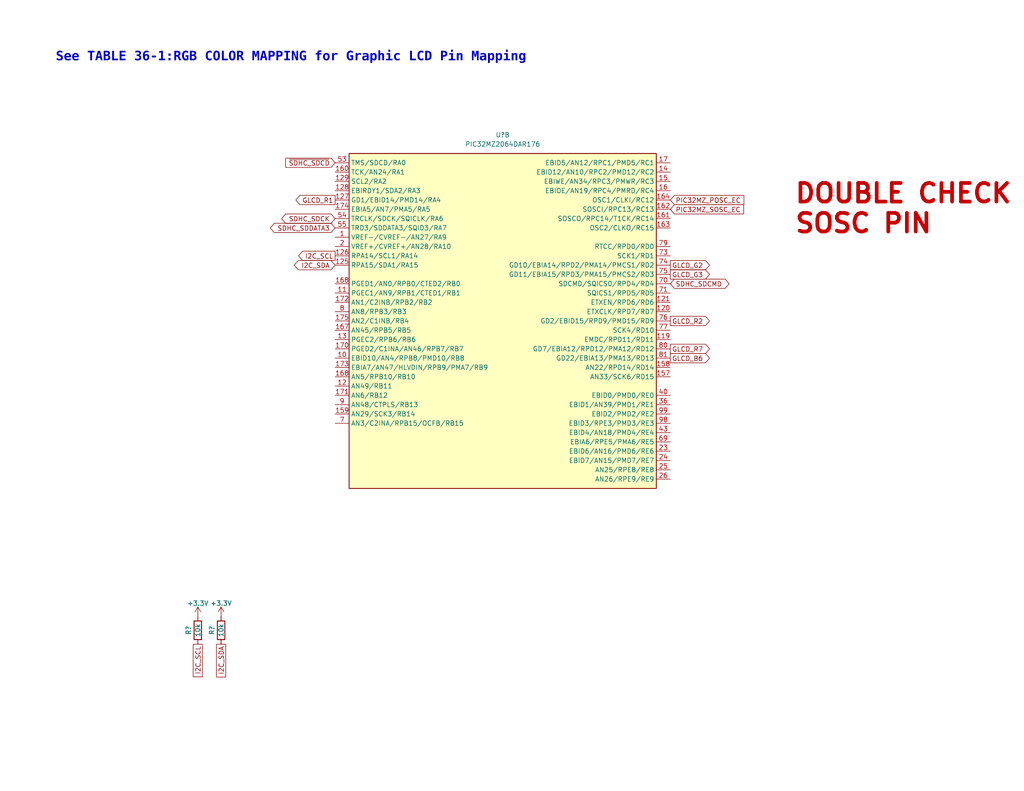
<source format=kicad_sch>
(kicad_sch (version 20230121) (generator eeschema)
  (paper "A")
  (title_block (title "Thermal Camera") (date "2023-11-13") (rev "PRELIM") (company "Drew Maatman and Michael Laffin"))
  (lib_symbols
    (symbol "Custom Library:PIC32MZ2064DAR176"
      (property "Reference" "U" (at -35.56 49.53 0))
      (property "Value" "PIC32MZ2064DAR176" (at -35.56 46.99 0))
      (symbol "PIC32MZ2064DAR176_1_1"
        (rectangle (start -12.7 38.1) (end 12.7 -68.58) (stroke (width 0.254)) (fill (type background)))
        (pin power_in line (at -16.51 7.62 0) (length 3.81) (name "VDDIO") (number "102"))
        (pin power_in line (at 16.51 12.7 180) (length 3.81) (name "VSS") (number "103"))
        (pin power_in line (at 16.51 10.16 180) (length 3.81) (name "VSS") (number "115"))
        (pin power_in line (at -16.51 -66.04 0) (length 3.81) (name "VDDCORE") (number "116"))
        (pin power_in line (at -16.51 5.08 0) (length 3.81) (name "VDDIO") (number "117"))
        (pin power_in line (at 16.51 7.62 180) (length 3.81) (name "VSS") (number "122"))
        (pin power_in line (at 16.51 5.08 180) (length 3.81) (name "VSS") (number "123"))
        (pin power_in line (at -16.51 2.54 0) (length 3.81) (name "VDDIO") (number "124"))
        (pin power_in line (at 16.51 2.54 180) (length 3.81) (name "VSS") (number "153"))
        (pin power_in line (at 16.51 0 180) (length 3.81) (name "VSS") (number "154"))
        (pin power_in line (at -16.51 0 0) (length 3.81) (name "VDDIO") (number "155"))
        (pin power_in line (at -16.51 -2.54 0) (length 3.81) (name "VDDIO") (number "156"))
        (pin power_in line (at -16.51 -5.08 0) (length 3.81) (name "VDDIO") (number "165"))
        (pin power_in line (at -16.51 20.32 0) (length 3.81) (name "VBAT") (number "166"))
        (pin no_connect line (at 16.51 -25.4 180) (length 3.81) hide (name "No_Connect") (number "176"))
        (pin power_in line (at 16.51 -5.08 180) (length 3.81) (name "VSS1P8") (number "177"))
        (pin power_in line (at -16.51 -58.42 0) (length 3.81) (name "VDDCORE") (number "18"))
        (pin power_in line (at -16.51 15.24 0) (length 3.81) (name "VDDIO") (number "19"))
        (pin no_connect line (at 16.51 -22.86 180) (length 3.81) hide (name "No_Connect") (number "20"))
        (pin power_in line (at 16.51 35.56 180) (length 3.81) (name "VSS") (number "21"))
        (pin power_in line (at 16.51 33.02 180) (length 3.81) (name "VSS") (number "22"))
        (pin power_in line (at 16.51 30.48 180) (length 3.81) (name "VSS") (number "29"))
        (pin power_in line (at -16.51 35.56 0) (length 3.81) (name "AVDD") (number "3"))
        (pin power_in line (at 16.51 27.94 180) (length 3.81) (name "VSS") (number "37"))
        (pin power_in line (at -16.51 12.7 0) (length 3.81) (name "VDDIO") (number "38"))
        (pin power_in line (at -16.51 -60.96 0) (length 3.81) (name "VDDCORE") (number "39"))
        (pin power_in line (at -16.51 33.02 0) (length 3.81) (name "AVDD") (number "4"))
        (pin no_connect line (at 16.51 -17.78 180) (length 3.81) hide (name "No_Connect") (number "44"))
        (pin power_in line (at 16.51 -45.72 180) (length 3.81) (name "VBUS") (number "45"))
        (pin power_out line (at 16.51 -52.07 180) (length 3.81) (name "VUSB3V3") (number "46"))
        (pin passive line (at 16.51 -54.61 180) (length 3.81) (name "VUSB3V3") (number "47"))
        (pin power_in line (at 16.51 25.4 180) (length 3.81) (name "VSS") (number "48"))
        (pin power_in line (at 16.51 22.86 180) (length 3.81) (name "VSS") (number "49"))
        (pin power_in line (at -16.51 27.94 0) (length 3.81) (name "AVSS") (number "5"))
        (pin bidirectional line (at 16.51 -63.5 180) (length 3.81) (name "D-") (number "50"))
        (pin bidirectional line (at 16.51 -60.96 180) (length 3.81) (name "D+") (number "51"))
        (pin passive line (at 16.51 -66.04 180) (length 3.81) (name "USBID") (number "52"))
        (pin power_in line (at -16.51 -15.24 0) (length 3.81) (name "VDDR1V8") (number "57"))
        (pin power_in line (at -16.51 -17.78 0) (length 3.81) (name "VDDR1V8") (number "58"))
        (pin power_in line (at -16.51 -20.32 0) (length 3.81) (name "VDDR1V8") (number "59"))
        (pin power_in line (at -16.51 25.4 0) (length 3.81) (name "AVSS") (number "6"))
        (pin power_in line (at -16.51 -22.86 0) (length 3.81) (name "VDDR1V8") (number "60"))
        (pin power_in line (at -16.51 -25.4 0) (length 3.81) (name "VDDR1V8") (number "61"))
        (pin power_in line (at -16.51 -27.94 0) (length 3.81) (name "VDDR1V8") (number "62"))
        (pin power_in line (at -16.51 -30.48 0) (length 3.81) (name "VDDR1V8") (number "63"))
        (pin power_in line (at -16.51 -45.72 0) (length 3.81) (name "DDRVREF") (number "66"))
        (pin power_in line (at -16.51 -33.02 0) (length 3.81) (name "VDDR1V8") (number "67"))
        (pin power_in line (at -16.51 -35.56 0) (length 3.81) (name "VDDR1V8") (number "68"))
        (pin power_in line (at -16.51 -38.1 0) (length 3.81) (name "VDDR1V8") (number "72"))
        (pin power_in line (at -16.51 -40.64 0) (length 3.81) (name "VDDR1V8") (number "78"))
        (pin power_in line (at 16.51 20.32 180) (length 3.81) (name "VSS") (number "83"))
        (pin power_in line (at -16.51 -63.5 0) (length 3.81) (name "VDDCORE") (number "84"))
        (pin input line (at 16.51 -15.24 180) (length 3.81) (name "MCLR") (number "85"))
        (pin power_in line (at -16.51 10.16 0) (length 3.81) (name "VDDIO") (number "86"))
        (pin power_in line (at 16.51 17.78 180) (length 3.81) (name "VSS") (number "87"))
        (pin no_connect line (at 16.51 -20.32 180) (length 3.81) hide (name "No_Connect") (number "88"))
        (pin power_in line (at 16.51 15.24 180) (length 3.81) (name "VSS") (number "94"))
      )
      (symbol "PIC32MZ2064DAR176_2_1"
        (rectangle (start -40.64 43.18) (end 43.18 -48.26) (stroke (width 0.254)) (fill (type background)))
        (pin bidirectional line (at -44.45 20.32 0) (length 3.81) (name "VREF-/CVREF-/AN27/RA9") (number "1"))
        (pin bidirectional line (at -44.45 -12.7 0) (length 3.81) (name "EBID10/AN4/RPB8/PMD10/RB8") (number "10"))
        (pin bidirectional line (at -44.45 5.08 0) (length 3.81) (name "PGEC1/AN9/RPB1/CTED1/RB1") (number "11"))
        (pin bidirectional line (at 46.99 -7.62 180) (length 3.81) (name "EMDC/RPD11/RD11") (number "119"))
        (pin bidirectional line (at -44.45 -20.32 0) (length 3.81) (name "AN49/RB11") (number "12"))
        (pin bidirectional line (at 46.99 0 180) (length 3.81) (name "ETXCLK/RPD7/RD7") (number "120"))
        (pin bidirectional line (at 46.99 2.54 180) (length 3.81) (name "ETXEN/RPD6/RD6") (number "121"))
        (pin bidirectional line (at -44.45 12.7 0) (length 3.81) (name "RPA15/SDA1/RA15") (number "125"))
        (pin bidirectional line (at -44.45 15.24 0) (length 3.81) (name "RPA14/SCL1/RA14") (number "126"))
        (pin bidirectional line (at -44.45 30.48 0) (length 3.81) (name "GD1/EBID14/PMD14/RA4") (number "127"))
        (pin bidirectional line (at -44.45 33.02 0) (length 3.81) (name "EBIRDY1/SDA2/RA3") (number "128"))
        (pin bidirectional line (at -44.45 35.56 0) (length 3.81) (name "SCL2/RA2") (number "129"))
        (pin bidirectional line (at -44.45 -7.62 0) (length 3.81) (name "PGEC2/RPB6/RB6") (number "13"))
        (pin bidirectional line (at 46.99 38.1 180) (length 3.81) (name "EBID12/AN10/RPC2/PMD12/RC2") (number "14"))
        (pin bidirectional line (at 46.99 35.56 180) (length 3.81) (name "EBIWE/AN34/RPC3/PMWR/RC3") (number "15"))
        (pin bidirectional line (at 46.99 -17.78 180) (length 3.81) (name "AN33/SCK6/RD15") (number "157"))
        (pin bidirectional line (at 46.99 -15.24 180) (length 3.81) (name "AN22/RPD14/RD14") (number "158"))
        (pin bidirectional line (at -44.45 -27.94 0) (length 3.81) (name "AN29/SCK3/RB14") (number "159"))
        (pin bidirectional line (at 46.99 33.02 180) (length 3.81) (name "EBIOE/AN19/RPC4/PMRD/RC4") (number "16"))
        (pin bidirectional line (at -44.45 38.1 0) (length 3.81) (name "TCK/AN24/RA1") (number "160"))
        (pin bidirectional line (at 46.99 25.4 180) (length 3.81) (name "SOSCO/RPC14/T1CK/RC14") (number "161"))
        (pin bidirectional line (at 46.99 27.94 180) (length 3.81) (name "SOSCI/RPC13/RC13") (number "162"))
        (pin bidirectional line (at 46.99 22.86 180) (length 3.81) (name "OSC2/CLKO/RC15") (number "163"))
        (pin bidirectional line (at 46.99 30.48 180) (length 3.81) (name "OSC1/CLKI/RC12") (number "164"))
        (pin bidirectional line (at -44.45 -5.08 0) (length 3.81) (name "AN45/RPB5/RB5") (number "167"))
        (pin bidirectional line (at -44.45 -17.78 0) (length 3.81) (name "AN5/RPB10/RB10") (number "168"))
        (pin bidirectional line (at -44.45 7.62 0) (length 3.81) (name "PGED1/AN0/RPB0/CTED2/RB0") (number "168"))
        (pin bidirectional line (at 46.99 40.64 180) (length 3.81) (name "EBID5/AN12/RPC1/PMD5/RC1") (number "17"))
        (pin bidirectional line (at -44.45 -10.16 0) (length 3.81) (name "PGED2/C1INA/AN46/RPB7/RB7") (number "170"))
        (pin bidirectional line (at -44.45 -22.86 0) (length 3.81) (name "AN6/RB12") (number "171"))
        (pin bidirectional line (at -44.45 2.54 0) (length 3.81) (name "AN1/C2INB/RPB2/RB2") (number "172"))
        (pin bidirectional line (at -44.45 -15.24 0) (length 3.81) (name "EBIA7/AN47/HLVDIN/RPB9/PMA7/RB9") (number "173"))
        (pin bidirectional line (at -44.45 27.94 0) (length 3.81) (name "EBIA5/AN7/PMA5/RA5") (number "174"))
        (pin bidirectional line (at -44.45 -2.54 0) (length 3.81) (name "AN2/C1INB/RB4") (number "175"))
        (pin bidirectional line (at -44.45 17.78 0) (length 3.81) (name "VREF+/CVREF+/AN28/RA10") (number "2"))
        (pin bidirectional line (at 46.99 -38.1 180) (length 3.81) (name "EBID6/AN16/PMD6/RE6") (number "23"))
        (pin bidirectional line (at 46.99 -40.64 180) (length 3.81) (name "EBID7/AN15/PMD7/RE7") (number "24"))
        (pin bidirectional line (at 46.99 -43.18 180) (length 3.81) (name "AN25/RPE8/RE8") (number "25"))
        (pin bidirectional line (at 46.99 -45.72 180) (length 3.81) (name "AN26/RPE9/RE9") (number "26"))
        (pin bidirectional line (at 46.99 -25.4 180) (length 3.81) (name "EBID1/AN39/PMD1/RE1") (number "36"))
        (pin bidirectional line (at 46.99 -22.86 180) (length 3.81) (name "EBID0/PMD0/RE0") (number "40"))
        (pin bidirectional line (at 46.99 -33.02 180) (length 3.81) (name "EBID4/AN18/PMD4/RE4") (number "43"))
        (pin bidirectional line (at -44.45 40.64 0) (length 3.81) (name "TMS/SDCD/RA0") (number "53"))
        (pin bidirectional line (at -44.45 25.4 0) (length 3.81) (name "TRCLK/SDCK/SQICLK/RA6") (number "54"))
        (pin bidirectional line (at -44.45 22.86 0) (length 3.81) (name "TRD3/SDDATA3/SQID3/RA7") (number "55"))
        (pin bidirectional line (at 46.99 -35.56 180) (length 3.81) (name "EBIA6/RPE5/PMA6/RE5") (number "69"))
        (pin bidirectional line (at -44.45 -30.48 0) (length 3.81) (name "AN3/C2INA/RPB15/OCFB/RB15") (number "7"))
        (pin bidirectional line (at 46.99 7.62 180) (length 3.81) (name "SDCMD/SQICS0/RPD4/RD4") (number "70"))
        (pin bidirectional line (at 46.99 5.08 180) (length 3.81) (name "SQICS1/RPD5/RD5") (number "71"))
        (pin bidirectional line (at 46.99 15.24 180) (length 3.81) (name "SCK1/RD1") (number "73"))
        (pin bidirectional line (at 46.99 12.7 180) (length 3.81) (name "GD10/EBIA14/RPD2/PMA14/PMCS1/RD2") (number "74"))
        (pin bidirectional line (at 46.99 10.16 180) (length 3.81) (name "GD11/EBIA15/RPD3/PMA15/PMCS2/RD3") (number "75"))
        (pin bidirectional line (at 46.99 -2.54 180) (length 3.81) (name "GD2/EBID15/RPD9/PMD15/RD9") (number "76"))
        (pin bidirectional line (at 46.99 -5.08 180) (length 3.81) (name "SCK4/RD10") (number "77"))
        (pin bidirectional line (at 46.99 17.78 180) (length 3.81) (name "RTCC/RPD0/RD0") (number "79"))
        (pin bidirectional line (at -44.45 0 0) (length 3.81) (name "AN8/RPB3/RB3") (number "8"))
        (pin bidirectional line (at 46.99 -10.16 180) (length 3.81) (name "GD7/EBIA12/RPD12/PMA12/RD12") (number "80"))
        (pin bidirectional line (at 46.99 -12.7 180) (length 3.81) (name "GD22/EBIA13/PMA13/RD13") (number "81"))
        (pin bidirectional line (at -44.45 -25.4 0) (length 3.81) (name "AN48/CTPLS/RB13") (number "9"))
        (pin bidirectional line (at 46.99 -30.48 180) (length 3.81) (name "EBID3/RPE3/PMD3/RE3") (number "98"))
        (pin bidirectional line (at 46.99 -27.94 180) (length 3.81) (name "EBID2/PMD2/RE2") (number "99"))
      )
      (symbol "PIC32MZ2064DAR176_3_1"
        (rectangle (start -35.56 45.72) (end 33.02 -50.8) (stroke (width 0.254)) (fill (type background)))
        (pin bidirectional line (at -39.37 -22.86 0) (length 3.81) (name "ERXD1/RH5") (number "100"))
        (pin bidirectional line (at -39.37 -25.4 0) (length 3.81) (name "ERXD2/RH6") (number "101"))
        (pin bidirectional line (at -39.37 -43.18 0) (length 3.81) (name "ERXDV/ECRSDV/RH13") (number "104"))
        (pin bidirectional line (at -39.37 -40.64 0) (length 3.81) (name "ECRS/RH12") (number "105"))
        (pin bidirectional line (at -39.37 -35.56 0) (length 3.81) (name "ECOL/RH10") (number "106"))
        (pin bidirectional line (at -39.37 -33.02 0) (length 3.81) (name "ERXD3/RH9") (number "107"))
        (pin bidirectional line (at -39.37 -30.48 0) (length 3.81) (name "ERXD0/RH8") (number "108"))
        (pin bidirectional line (at -39.37 -12.7 0) (length 3.81) (name "ETXD3/RH1") (number "109"))
        (pin bidirectional line (at -39.37 -10.16 0) (length 3.81) (name "ETXD2/RH0") (number "110"))
        (pin bidirectional line (at 36.83 15.24 180) (length 3.81) (name "ERXCLK/EREFCLK/RJ11") (number "111"))
        (pin bidirectional line (at 36.83 20.32 180) (length 3.81) (name "ETXD1/RJ9") (number "112"))
        (pin bidirectional line (at 36.83 22.86 180) (length 3.81) (name "ETXD0/RJ8") (number "113"))
        (pin bidirectional line (at 36.83 40.64 180) (length 3.81) (name "EMDIO/RJ1") (number "114"))
        (pin bidirectional line (at 36.83 43.18 180) (length 3.81) (name "ETXERR/RJ0") (number "118"))
        (pin bidirectional line (at 36.83 -17.78 180) (length 3.81) (name "GD19/EBIA21/RK7") (number "130"))
        (pin bidirectional line (at 36.83 -15.24 180) (length 3.81) (name "GD15/EBIA20/RK6") (number "131"))
        (pin bidirectional line (at 36.83 -12.7 180) (length 3.81) (name "GD14/EBIA19/RK5") (number "132"))
        (pin bidirectional line (at 36.83 -10.16 180) (length 3.81) (name "GD13/EBIA18/RK4") (number "133"))
        (pin bidirectional line (at 36.83 -7.62 180) (length 3.81) (name "GD12/EBIA17/RK3") (number "134"))
        (pin bidirectional line (at 36.83 -5.08 180) (length 3.81) (name "EBIA3/AN11/PMA3/RK2") (number "135"))
        (pin bidirectional line (at 36.83 -2.54 180) (length 3.81) (name "EBIA1/AN38/PMA1/RK1") (number "136"))
        (pin bidirectional line (at 36.83 0 180) (length 3.81) (name "GD23/EBIA16/RK0") (number "137"))
        (pin bidirectional line (at -39.37 -38.1 0) (length 3.81) (name "EBIRDY2/AN37/RH11") (number "138"))
        (pin bidirectional line (at -39.37 -27.94 0) (length 3.81) (name "EBIA4/AN36/PMA4/RH7") (number "139"))
        (pin bidirectional line (at -39.37 -17.78 0) (length 3.81) (name "AN35/RH3") (number "140"))
        (pin bidirectional line (at -39.37 -15.24 0) (length 3.81) (name "SDWP/EBIRP/RH2") (number "141"))
        (pin bidirectional line (at 36.83 5.08 180) (length 3.81) (name "EBIA0/PMA0/RJ15") (number "142"))
        (pin bidirectional line (at 36.83 7.62 180) (length 3.81) (name "GD8/EBID11/PMD11/RJ14") (number "143"))
        (pin bidirectional line (at 36.83 10.16 180) (length 3.81) (name "GD0/EBID13/PMD13/RJ13") (number "144"))
        (pin bidirectional line (at 36.83 12.7 180) (length 3.81) (name "GD9/EBIBS0/RJ12") (number "145"))
        (pin bidirectional line (at 36.83 17.78 180) (length 3.81) (name "GD18/EBIBS1/RJ10") (number "146"))
        (pin bidirectional line (at 36.83 25.4 180) (length 3.81) (name "GEN/EBICS3/RJ7") (number "147"))
        (pin bidirectional line (at 36.83 27.94 180) (length 3.81) (name "GCLK/EBICS2/RJ6") (number "148"))
        (pin bidirectional line (at 36.83 30.48 180) (length 3.81) (name "HSYNC/EBICS1/RJ5") (number "149"))
        (pin bidirectional line (at 36.83 33.02 180) (length 3.81) (name "VSYNC/EBICS0/RJ4") (number "150"))
        (pin bidirectional line (at 36.83 35.56 180) (length 3.81) (name "GD20/EBIA22/RJ3") (number "151"))
        (pin bidirectional line (at 36.83 38.1 180) (length 3.81) (name "EBIRDY3/AN32/RJ2") (number "152"))
        (pin bidirectional line (at -39.37 25.4 0) (length 3.81) (name "TDO/AN31/RPF12/RF12") (number "27"))
        (pin bidirectional line (at -39.37 22.86 0) (length 3.81) (name "TDI/AN17/SCK5/RF13") (number "28"))
        (pin bidirectional line (at -39.37 12.7 0) (length 3.81) (name "AN14/C1IND/SCK2/RG6") (number "30"))
        (pin bidirectional line (at -39.37 10.16 0) (length 3.81) (name "AN13/C1INC/RPG7/SDA4/RG7") (number "31"))
        (pin bidirectional line (at -39.37 7.62 0) (length 3.81) (name "AN30/C2IND/RPG8/SCL4/RG8") (number "32"))
        (pin bidirectional line (at -39.37 5.08 0) (length 3.81) (name "EBIA2/AN23/C2INC/RPG9/PMA2/RG9") (number "33"))
        (pin bidirectional line (at -39.37 -5.08 0) (length 3.81) (name "AN21/RG15") (number "34"))
        (pin bidirectional line (at -39.37 -20.32 0) (length 3.81) (name "AN20/RH4") (number "35"))
        (pin bidirectional line (at -39.37 38.1 0) (length 3.81) (name "RPF2/SDA3/RF2") (number "41"))
        (pin bidirectional line (at -39.37 -45.72 0) (length 3.81) (name "INT0/RH14") (number "42"))
        (pin bidirectional line (at -39.37 2.54 0) (length 3.81) (name "TRD1/SDDATA1/SQID1/RG12") (number "56"))
        (pin bidirectional line (at -39.37 0 0) (length 3.81) (name "TRD0/SDDATA0/SQID0/RG13") (number "64"))
        (pin bidirectional line (at -39.37 -2.54 0) (length 3.81) (name "TRD2/SDDATA2/SQID2/RG14") (number "65"))
        (pin bidirectional line (at -39.37 27.94 0) (length 3.81) (name "RPF8/SCL3/RF8") (number "82"))
        (pin bidirectional line (at -39.37 30.48 0) (length 3.81) (name "GD16/EBID8/RPF5/SCL5/PMD8/RF5") (number "89"))
        (pin bidirectional line (at -39.37 40.64 0) (length 3.81) (name "GD5/EBIA10/RPF1/PMA10/RF1") (number "90"))
        (pin bidirectional line (at -39.37 43.18 0) (length 3.81) (name "GD6/EBIA11/RPF0/PMA11/RF0") (number "91"))
        (pin bidirectional line (at -39.37 -48.26 0) (length 3.81) (name "GD21/EBIA23/RH15") (number "92"))
        (pin bidirectional line (at -39.37 35.56 0) (length 3.81) (name "ERXERR/RPF3/RF3") (number "93"))
        (pin bidirectional line (at -39.37 15.24 0) (length 3.81) (name "GD4/EBIA9/RPG1/PMA9/RG1") (number "95"))
        (pin bidirectional line (at -39.37 17.78 0) (length 3.81) (name "GD3/EBIA8/RPG0/PMA8/RG0") (number "96"))
        (pin bidirectional line (at -39.37 33.02 0) (length 3.81) (name "GD17/EBID9/RPF4/SDA5/PMD9/RF4") (number "97"))
      )
    )
    (symbol "Custom_Library:R_Custom" (pin_numbers hide) (pin_names (offset 1.016) hide)
      (property "Reference" "R" (at -2.54 0 90))
      (property "Value" "Custom_Library_R_Custom" (at 0 0 90))
      (property "display_footprint" "Foot" (at 2.54 0 90))
      (property "Tolerance" "Tol" (at 5.08 0 90))
      (property "Wattage" "W" (at 7.62 0 90))
      (symbol "R_Custom_0_1"
        (rectangle (start 1.016 2.54) (end -1.016 -2.54) (stroke (width 0.254)))
      )
      (symbol "R_Custom_1_1"
        (pin passive line (at 0 3.81 270) (length 1.27) (name "1") (number "1"))
        (pin passive line (at 0 -3.81 90) (length 1.27) (name "2") (number "2"))
      )
    )
    (symbol "power:+3.3V" (power) (pin_names (offset 0))
      (property "Value" "+3.3V" (at 0 3.556 0))
      (symbol "+3.3V_0_1"
        (polyline (pts (xy -0.762 1.27) (xy 0 2.54)))
        (polyline (pts (xy 0 0) (xy 0 2.54)))
        (polyline (pts (xy 0 2.54) (xy 0.762 1.27)))
      )
      (symbol "+3.3V_1_1"
        (pin power_in line (at 0 0 90) (length 0) hide (name "+3.3V") (number "1"))
      )
    )
  )
  (text "DOUBLE CHECK\nSOSC PIN" (at 216.535 64.135 0) (effects (font (size 5.08 5.08) (thickness 1.016) bold) (justify left bottom)))
  (text "See TABLE 36-1:RGB COLOR MAPPING for Graphic LCD Pin Mapping" (at 15.24 17.78 0) (effects (font (size 2.54 2.54) (thickness 0.254) bold) (justify left bottom)))
  (global_label "GLCD_B6" (shape output) (at 182.88 97.79 0) (property "Intersheetrefs" "${INTERSHEET_REFS}" (effects hide)))
  (global_label "GLCD_R2" (shape output) (at 182.88 87.63 0) (property "Intersheetrefs" "${INTERSHEET_REFS}" (effects hide)))
  (global_label "SDHC_SDCK" (shape bidirectional) (at 91.44 59.69 180) (property "Intersheetrefs" "${INTERSHEET_REFS}" (effects hide)))
  (global_label "I2C_SCL" (shape passive) (at 53.975 175.895 270) (property "Intersheetrefs" "${INTERSHEET_REFS}" (effects hide)))
  (global_label "PIC32MZ_POSC_EC" (shape input) (at 182.88 54.61 0) (property "Intersheetrefs" "${INTERSHEET_REFS}" (effects hide)))
  (global_label "I2C_SDA" (shape passive) (at 60.325 175.895 270) (property "Intersheetrefs" "${INTERSHEET_REFS}" (effects hide)))
  (global_label "GLCD_G3" (shape output) (at 182.88 74.93 0) (property "Intersheetrefs" "${INTERSHEET_REFS}" (effects hide)))
  (global_label "SDHC_SDCMD" (shape bidirectional) (at 182.88 77.47 0) (property "Intersheetrefs" "${INTERSHEET_REFS}" (effects hide)))
  (global_label "GLCD_G2" (shape output) (at 182.88 72.39 0) (property "Intersheetrefs" "${INTERSHEET_REFS}" (effects hide)))
  (global_label "I2C_SCL" (shape output) (at 91.44 69.85 180) (property "Intersheetrefs" "${INTERSHEET_REFS}" (effects hide)))
  (global_label "~{SDHC_SDCD}" (shape input) (at 91.44 44.45 180) (property "Intersheetrefs" "${INTERSHEET_REFS}" (effects hide)))
  (global_label "PIC32MZ_SOSC_EC" (shape input) (at 182.88 57.15 0) (property "Intersheetrefs" "${INTERSHEET_REFS}" (effects hide)))
  (global_label "I2C_SDA" (shape bidirectional) (at 91.44 72.39 180) (property "Intersheetrefs" "${INTERSHEET_REFS}" (effects hide)))
  (global_label "GLCD_R7" (shape output) (at 182.88 95.25 0) (property "Intersheetrefs" "${INTERSHEET_REFS}" (effects hide)))
  (global_label "GLCD_R1" (shape output) (at 91.44 54.61 180) (property "Intersheetrefs" "${INTERSHEET_REFS}" (effects hide)))
  (global_label "SDHC_SDDATA3" (shape bidirectional) (at 91.44 62.23 180) (property "Intersheetrefs" "${INTERSHEET_REFS}" (effects hide)))
  (symbol (lib_id "power:+3.3V") (at 53.975 168.275 0) (unit 1)
    (property "Reference" "#PWR01201" (effects hide))
    (property "Value" "+3.3V" (at 53.975 164.719 0))
  )
  (symbol (lib_id "Custom Library:PIC32MZ2064DAR176") (at 135.89 85.09 0) (unit 2)
    (property "Reference" "U?" (at 137.16 36.83 0))
    (property "Value" "PIC32MZ2064DAR176" (at 137.16 39.37 0))
    (property "Footprint" "Custom Footprints Library:LQFP-176_20x20mm_P0.4mm_7p9x7p9mm_EP" (effects hide))
    (property "Datasheet" "https://ww1.microchip.com/downloads/aemDocuments/documents/MCU32/ProductDocuments/DataSheets/PIC32MZ-Graphics-%28DAK-DAL-DAR-DAS%29-Family-Datasheet-DS60001565D.pdf" (effects hide))
    (property "Digi-Key PN" "PIC32MZ2064DAR176-I/2J-ND" (effects hide))
  )
  (symbol (lib_id "power:+3.3V") (at 60.325 168.275 0) (unit 1)
    (property "Reference" "#PWR01202" (effects hide))
    (property "Value" "+3.3V" (at 60.325 164.719 0))
  )
  (symbol (lib_id "Custom_Library:R_Custom") (at 53.975 172.085 0) (unit 1)
    (property "Reference" "R?" (at 51.435 172.085 90))
    (property "Value" "10k" (at 53.975 172.085 90))
    (property "Footprint" "Resistors_SMD:R_0603" (effects hide))
    (property "display_footprint" "0603" (effects hide))
    (property "Tolerance" "1%" (effects hide))
    (property "Wattage" "1/10W" (effects hide))
    (property "Digi-Key PN" "541-10.0KHCT-ND" (effects hide))
    (instances (project "Analog_Clock" (path "" (reference "R?") (unit 1))) (project "Nixie_Clock_Core" (path "" (reference "R1305") (unit 1))) (project "Thermal_Camera" (path "" (reference "R?") (unit 1)) (path "" (reference "R?") (unit 1))))
  )
  (symbol (lib_id "Custom_Library:R_Custom") (at 60.325 172.085 0) (unit 1)
    (property "Reference" "R?" (at 57.785 172.085 90))
    (property "Value" "10k" (at 60.325 172.085 90))
    (property "Footprint" "Resistors_SMD:R_0603" (effects hide))
    (property "display_footprint" "0603" (effects hide))
    (property "Tolerance" "1%" (effects hide))
    (property "Wattage" "1/10W" (effects hide))
    (property "Digi-Key PN" "541-10.0KHCT-ND" (effects hide))
    (instances (project "Analog_Clock" (path "" (reference "R?") (unit 1))) (project "Nixie_Clock_Core" (path "" (reference "R1305") (unit 1))) (project "Thermal_Camera" (path "" (reference "R?") (unit 1)) (path "" (reference "R?") (unit 1))))
  )
)
</source>
